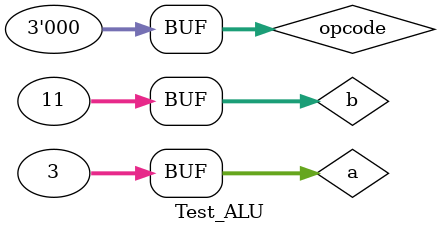
<source format=sv>
`timescale 1ns / 1ps

module Test_ALU();
	logic[31:0] a, b;
	logic[2:0] opcode;
	logic[31:0] result;
	logic[3:0] status;
    ALU alu(a, b, opcode, result, status);
    
    initial begin
        a = 'd3;
        b = 'd11;
        opcode = 'd0;
    end
endmodule

</source>
